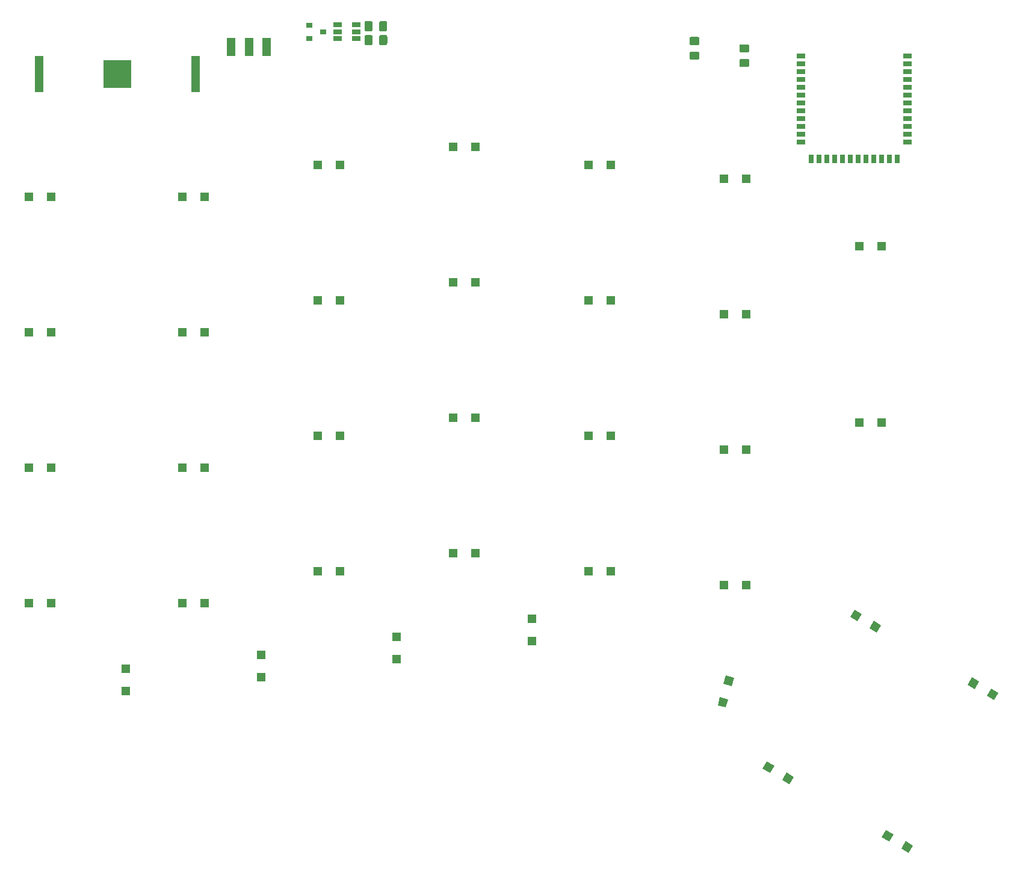
<source format=gtp>
G04 #@! TF.GenerationSoftware,KiCad,Pcbnew,5.1.5-52549c5~84~ubuntu18.04.1*
G04 #@! TF.CreationDate,2020-04-02T09:30:30-07:00*
G04 #@! TF.ProjectId,redox_rev1,7265646f-785f-4726-9576-312e6b696361,1.0*
G04 #@! TF.SameCoordinates,Original*
G04 #@! TF.FileFunction,Paste,Top*
G04 #@! TF.FilePolarity,Positive*
%FSLAX46Y46*%
G04 Gerber Fmt 4.6, Leading zero omitted, Abs format (unit mm)*
G04 Created by KiCad (PCBNEW 5.1.5-52549c5~84~ubuntu18.04.1) date 2020-04-02 09:30:30*
%MOMM*%
%LPD*%
G04 APERTURE LIST*
%ADD10C,0.100000*%
%ADD11R,1.198880X0.698500*%
%ADD12R,0.698500X1.198880*%
%ADD13R,1.200000X1.200000*%
%ADD14R,1.270000X5.080000*%
%ADD15R,3.960000X3.960000*%
%ADD16R,1.250000X2.500000*%
%ADD17R,0.900000X0.800000*%
%ADD18R,1.220000X0.650000*%
G04 APERTURE END LIST*
D10*
G36*
X140086445Y-50238364D02*
G01*
X140110713Y-50241964D01*
X140134512Y-50247925D01*
X140157611Y-50256190D01*
X140179790Y-50266680D01*
X140200833Y-50279292D01*
X140220539Y-50293907D01*
X140238717Y-50310383D01*
X140255193Y-50328561D01*
X140269808Y-50348267D01*
X140282420Y-50369310D01*
X140292910Y-50391489D01*
X140301175Y-50414588D01*
X140307136Y-50438387D01*
X140310736Y-50462655D01*
X140311940Y-50487159D01*
X140311940Y-51387161D01*
X140310736Y-51411665D01*
X140307136Y-51435933D01*
X140301175Y-51459732D01*
X140292910Y-51482831D01*
X140282420Y-51505010D01*
X140269808Y-51526053D01*
X140255193Y-51545759D01*
X140238717Y-51563937D01*
X140220539Y-51580413D01*
X140200833Y-51595028D01*
X140179790Y-51607640D01*
X140157611Y-51618130D01*
X140134512Y-51626395D01*
X140110713Y-51632356D01*
X140086445Y-51635956D01*
X140061941Y-51637160D01*
X139411939Y-51637160D01*
X139387435Y-51635956D01*
X139363167Y-51632356D01*
X139339368Y-51626395D01*
X139316269Y-51618130D01*
X139294090Y-51607640D01*
X139273047Y-51595028D01*
X139253341Y-51580413D01*
X139235163Y-51563937D01*
X139218687Y-51545759D01*
X139204072Y-51526053D01*
X139191460Y-51505010D01*
X139180970Y-51482831D01*
X139172705Y-51459732D01*
X139166744Y-51435933D01*
X139163144Y-51411665D01*
X139161940Y-51387161D01*
X139161940Y-50487159D01*
X139163144Y-50462655D01*
X139166744Y-50438387D01*
X139172705Y-50414588D01*
X139180970Y-50391489D01*
X139191460Y-50369310D01*
X139204072Y-50348267D01*
X139218687Y-50328561D01*
X139235163Y-50310383D01*
X139253341Y-50293907D01*
X139273047Y-50279292D01*
X139294090Y-50266680D01*
X139316269Y-50256190D01*
X139339368Y-50247925D01*
X139363167Y-50241964D01*
X139387435Y-50238364D01*
X139411939Y-50237160D01*
X140061941Y-50237160D01*
X140086445Y-50238364D01*
G37*
G36*
X138036445Y-50238364D02*
G01*
X138060713Y-50241964D01*
X138084512Y-50247925D01*
X138107611Y-50256190D01*
X138129790Y-50266680D01*
X138150833Y-50279292D01*
X138170539Y-50293907D01*
X138188717Y-50310383D01*
X138205193Y-50328561D01*
X138219808Y-50348267D01*
X138232420Y-50369310D01*
X138242910Y-50391489D01*
X138251175Y-50414588D01*
X138257136Y-50438387D01*
X138260736Y-50462655D01*
X138261940Y-50487159D01*
X138261940Y-51387161D01*
X138260736Y-51411665D01*
X138257136Y-51435933D01*
X138251175Y-51459732D01*
X138242910Y-51482831D01*
X138232420Y-51505010D01*
X138219808Y-51526053D01*
X138205193Y-51545759D01*
X138188717Y-51563937D01*
X138170539Y-51580413D01*
X138150833Y-51595028D01*
X138129790Y-51607640D01*
X138107611Y-51618130D01*
X138084512Y-51626395D01*
X138060713Y-51632356D01*
X138036445Y-51635956D01*
X138011941Y-51637160D01*
X137361939Y-51637160D01*
X137337435Y-51635956D01*
X137313167Y-51632356D01*
X137289368Y-51626395D01*
X137266269Y-51618130D01*
X137244090Y-51607640D01*
X137223047Y-51595028D01*
X137203341Y-51580413D01*
X137185163Y-51563937D01*
X137168687Y-51545759D01*
X137154072Y-51526053D01*
X137141460Y-51505010D01*
X137130970Y-51482831D01*
X137122705Y-51459732D01*
X137116744Y-51435933D01*
X137113144Y-51411665D01*
X137111940Y-51387161D01*
X137111940Y-50487159D01*
X137113144Y-50462655D01*
X137116744Y-50438387D01*
X137122705Y-50414588D01*
X137130970Y-50391489D01*
X137141460Y-50369310D01*
X137154072Y-50348267D01*
X137168687Y-50328561D01*
X137185163Y-50310383D01*
X137203341Y-50293907D01*
X137223047Y-50279292D01*
X137244090Y-50266680D01*
X137266269Y-50256190D01*
X137289368Y-50247925D01*
X137313167Y-50241964D01*
X137337435Y-50238364D01*
X137361939Y-50237160D01*
X138011941Y-50237160D01*
X138036445Y-50238364D01*
G37*
D11*
X198495920Y-67246500D03*
X213492080Y-60647580D03*
X213492080Y-59547760D03*
D12*
X199946260Y-69596000D03*
D11*
X198495920Y-65046860D03*
X198495920Y-63947040D03*
X198495920Y-62847220D03*
X198495920Y-61747400D03*
X198495920Y-60647580D03*
X198495920Y-59547760D03*
X198495920Y-58447940D03*
X198495920Y-57348120D03*
X198495920Y-56248300D03*
X213492080Y-55148480D03*
X213492080Y-56248300D03*
X213492080Y-57348120D03*
X213492080Y-58447940D03*
X213492080Y-61747400D03*
X213492080Y-62847220D03*
X213492080Y-63947040D03*
X213492080Y-65046860D03*
X213492080Y-66146680D03*
X213492080Y-67246500D03*
D12*
X212041740Y-69596000D03*
X210941920Y-69596000D03*
X209842100Y-69596000D03*
X208742280Y-69596000D03*
X207642460Y-69596000D03*
X206542640Y-69596000D03*
X205445360Y-69596000D03*
X204345540Y-69596000D03*
X203245720Y-69596000D03*
X202145900Y-69596000D03*
X201046080Y-69596000D03*
D11*
X198495920Y-55148480D03*
X198495920Y-66146680D03*
D13*
X89865000Y-74930000D03*
X93015000Y-74930000D03*
X111455000Y-74930000D03*
X114605000Y-74930000D03*
X130505000Y-70485000D03*
X133655000Y-70485000D03*
X149555000Y-67945000D03*
X152705000Y-67945000D03*
X168605000Y-70485000D03*
X171755000Y-70485000D03*
X187655000Y-72390000D03*
X190805000Y-72390000D03*
X206705000Y-81915000D03*
X209855000Y-81915000D03*
X89865000Y-93980000D03*
X93015000Y-93980000D03*
X111455000Y-93980000D03*
X114605000Y-93980000D03*
X130505000Y-89535000D03*
X133655000Y-89535000D03*
X149555000Y-86995000D03*
X152705000Y-86995000D03*
X168605000Y-89535000D03*
X171755000Y-89535000D03*
X187655000Y-91440000D03*
X190805000Y-91440000D03*
X206705000Y-106680000D03*
X209855000Y-106680000D03*
X89865000Y-113030000D03*
X93015000Y-113030000D03*
X111455000Y-113030000D03*
X114605000Y-113030000D03*
X130505000Y-108585000D03*
X133655000Y-108585000D03*
X149555000Y-106045000D03*
X152705000Y-106045000D03*
X168605000Y-108585000D03*
X171755000Y-108585000D03*
X187655000Y-110490000D03*
X190805000Y-110490000D03*
D10*
G36*
X207100625Y-133612885D02*
G01*
X206500625Y-134652115D01*
X205461395Y-134052115D01*
X206061395Y-133012885D01*
X207100625Y-133612885D01*
G37*
G36*
X209828605Y-135187885D02*
G01*
X209228605Y-136227115D01*
X208189375Y-135627115D01*
X208789375Y-134587885D01*
X209828605Y-135187885D01*
G37*
D13*
X89865000Y-132080000D03*
X93015000Y-132080000D03*
X111455000Y-132080000D03*
X114605000Y-132080000D03*
X130505000Y-127635000D03*
X133655000Y-127635000D03*
X149555000Y-125095000D03*
X152705000Y-125095000D03*
X168605000Y-127635000D03*
X171755000Y-127635000D03*
X187655000Y-129540000D03*
X190805000Y-129540000D03*
D10*
G36*
X223610625Y-143137885D02*
G01*
X223010625Y-144177115D01*
X221971395Y-143577115D01*
X222571395Y-142537885D01*
X223610625Y-143137885D01*
G37*
G36*
X226338605Y-144712885D02*
G01*
X225738605Y-145752115D01*
X224699375Y-145152115D01*
X225299375Y-144112885D01*
X226338605Y-144712885D01*
G37*
D13*
X103505000Y-144450000D03*
X103505000Y-141300000D03*
X122555000Y-142545000D03*
X122555000Y-139395000D03*
X141605000Y-140005000D03*
X141605000Y-136855000D03*
X160655000Y-137465000D03*
X160655000Y-134315000D03*
D10*
G36*
X187128096Y-145312486D02*
G01*
X188287207Y-145623069D01*
X187976624Y-146782180D01*
X186817513Y-146471597D01*
X187128096Y-145312486D01*
G37*
G36*
X187943376Y-142269820D02*
G01*
X189102487Y-142580403D01*
X188791904Y-143739514D01*
X187632793Y-143428931D01*
X187943376Y-142269820D01*
G37*
G36*
X194781625Y-154948885D02*
G01*
X194181625Y-155988115D01*
X193142395Y-155388115D01*
X193742395Y-154348885D01*
X194781625Y-154948885D01*
G37*
G36*
X197509605Y-156523885D02*
G01*
X196909605Y-157563115D01*
X195870375Y-156963115D01*
X196470375Y-155923885D01*
X197509605Y-156523885D01*
G37*
G36*
X211545625Y-164600885D02*
G01*
X210945625Y-165640115D01*
X209906395Y-165040115D01*
X210506395Y-164000885D01*
X211545625Y-164600885D01*
G37*
G36*
X214273605Y-166175885D02*
G01*
X213673605Y-167215115D01*
X212634375Y-166615115D01*
X213234375Y-165575885D01*
X214273605Y-166175885D01*
G37*
D14*
X113347000Y-57658000D03*
X91377000Y-57658000D03*
D15*
X102362000Y-57658000D03*
D16*
X118353200Y-53854800D03*
X120853200Y-53854800D03*
X123353200Y-53854800D03*
D10*
G36*
X140094065Y-52189084D02*
G01*
X140118333Y-52192684D01*
X140142132Y-52198645D01*
X140165231Y-52206910D01*
X140187410Y-52217400D01*
X140208453Y-52230012D01*
X140228159Y-52244627D01*
X140246337Y-52261103D01*
X140262813Y-52279281D01*
X140277428Y-52298987D01*
X140290040Y-52320030D01*
X140300530Y-52342209D01*
X140308795Y-52365308D01*
X140314756Y-52389107D01*
X140318356Y-52413375D01*
X140319560Y-52437879D01*
X140319560Y-53337881D01*
X140318356Y-53362385D01*
X140314756Y-53386653D01*
X140308795Y-53410452D01*
X140300530Y-53433551D01*
X140290040Y-53455730D01*
X140277428Y-53476773D01*
X140262813Y-53496479D01*
X140246337Y-53514657D01*
X140228159Y-53531133D01*
X140208453Y-53545748D01*
X140187410Y-53558360D01*
X140165231Y-53568850D01*
X140142132Y-53577115D01*
X140118333Y-53583076D01*
X140094065Y-53586676D01*
X140069561Y-53587880D01*
X139419559Y-53587880D01*
X139395055Y-53586676D01*
X139370787Y-53583076D01*
X139346988Y-53577115D01*
X139323889Y-53568850D01*
X139301710Y-53558360D01*
X139280667Y-53545748D01*
X139260961Y-53531133D01*
X139242783Y-53514657D01*
X139226307Y-53496479D01*
X139211692Y-53476773D01*
X139199080Y-53455730D01*
X139188590Y-53433551D01*
X139180325Y-53410452D01*
X139174364Y-53386653D01*
X139170764Y-53362385D01*
X139169560Y-53337881D01*
X139169560Y-52437879D01*
X139170764Y-52413375D01*
X139174364Y-52389107D01*
X139180325Y-52365308D01*
X139188590Y-52342209D01*
X139199080Y-52320030D01*
X139211692Y-52298987D01*
X139226307Y-52279281D01*
X139242783Y-52261103D01*
X139260961Y-52244627D01*
X139280667Y-52230012D01*
X139301710Y-52217400D01*
X139323889Y-52206910D01*
X139346988Y-52198645D01*
X139370787Y-52192684D01*
X139395055Y-52189084D01*
X139419559Y-52187880D01*
X140069561Y-52187880D01*
X140094065Y-52189084D01*
G37*
G36*
X138044065Y-52189084D02*
G01*
X138068333Y-52192684D01*
X138092132Y-52198645D01*
X138115231Y-52206910D01*
X138137410Y-52217400D01*
X138158453Y-52230012D01*
X138178159Y-52244627D01*
X138196337Y-52261103D01*
X138212813Y-52279281D01*
X138227428Y-52298987D01*
X138240040Y-52320030D01*
X138250530Y-52342209D01*
X138258795Y-52365308D01*
X138264756Y-52389107D01*
X138268356Y-52413375D01*
X138269560Y-52437879D01*
X138269560Y-53337881D01*
X138268356Y-53362385D01*
X138264756Y-53386653D01*
X138258795Y-53410452D01*
X138250530Y-53433551D01*
X138240040Y-53455730D01*
X138227428Y-53476773D01*
X138212813Y-53496479D01*
X138196337Y-53514657D01*
X138178159Y-53531133D01*
X138158453Y-53545748D01*
X138137410Y-53558360D01*
X138115231Y-53568850D01*
X138092132Y-53577115D01*
X138068333Y-53583076D01*
X138044065Y-53586676D01*
X138019561Y-53587880D01*
X137369559Y-53587880D01*
X137345055Y-53586676D01*
X137320787Y-53583076D01*
X137296988Y-53577115D01*
X137273889Y-53568850D01*
X137251710Y-53558360D01*
X137230667Y-53545748D01*
X137210961Y-53531133D01*
X137192783Y-53514657D01*
X137176307Y-53496479D01*
X137161692Y-53476773D01*
X137149080Y-53455730D01*
X137138590Y-53433551D01*
X137130325Y-53410452D01*
X137124364Y-53386653D01*
X137120764Y-53362385D01*
X137119560Y-53337881D01*
X137119560Y-52437879D01*
X137120764Y-52413375D01*
X137124364Y-52389107D01*
X137130325Y-52365308D01*
X137138590Y-52342209D01*
X137149080Y-52320030D01*
X137161692Y-52298987D01*
X137176307Y-52279281D01*
X137192783Y-52261103D01*
X137210961Y-52244627D01*
X137230667Y-52230012D01*
X137251710Y-52217400D01*
X137273889Y-52206910D01*
X137296988Y-52198645D01*
X137320787Y-52192684D01*
X137345055Y-52189084D01*
X137369559Y-52187880D01*
X138019561Y-52187880D01*
X138044065Y-52189084D01*
G37*
D17*
X131327400Y-51732180D03*
X129327400Y-52682180D03*
X129327400Y-50782180D03*
D10*
G36*
X184014905Y-54506104D02*
G01*
X184039173Y-54509704D01*
X184062972Y-54515665D01*
X184086071Y-54523930D01*
X184108250Y-54534420D01*
X184129293Y-54547032D01*
X184148999Y-54561647D01*
X184167177Y-54578123D01*
X184183653Y-54596301D01*
X184198268Y-54616007D01*
X184210880Y-54637050D01*
X184221370Y-54659229D01*
X184229635Y-54682328D01*
X184235596Y-54706127D01*
X184239196Y-54730395D01*
X184240400Y-54754899D01*
X184240400Y-55404901D01*
X184239196Y-55429405D01*
X184235596Y-55453673D01*
X184229635Y-55477472D01*
X184221370Y-55500571D01*
X184210880Y-55522750D01*
X184198268Y-55543793D01*
X184183653Y-55563499D01*
X184167177Y-55581677D01*
X184148999Y-55598153D01*
X184129293Y-55612768D01*
X184108250Y-55625380D01*
X184086071Y-55635870D01*
X184062972Y-55644135D01*
X184039173Y-55650096D01*
X184014905Y-55653696D01*
X183990401Y-55654900D01*
X183090399Y-55654900D01*
X183065895Y-55653696D01*
X183041627Y-55650096D01*
X183017828Y-55644135D01*
X182994729Y-55635870D01*
X182972550Y-55625380D01*
X182951507Y-55612768D01*
X182931801Y-55598153D01*
X182913623Y-55581677D01*
X182897147Y-55563499D01*
X182882532Y-55543793D01*
X182869920Y-55522750D01*
X182859430Y-55500571D01*
X182851165Y-55477472D01*
X182845204Y-55453673D01*
X182841604Y-55429405D01*
X182840400Y-55404901D01*
X182840400Y-54754899D01*
X182841604Y-54730395D01*
X182845204Y-54706127D01*
X182851165Y-54682328D01*
X182859430Y-54659229D01*
X182869920Y-54637050D01*
X182882532Y-54616007D01*
X182897147Y-54596301D01*
X182913623Y-54578123D01*
X182931801Y-54561647D01*
X182951507Y-54547032D01*
X182972550Y-54534420D01*
X182994729Y-54523930D01*
X183017828Y-54515665D01*
X183041627Y-54509704D01*
X183065895Y-54506104D01*
X183090399Y-54504900D01*
X183990401Y-54504900D01*
X184014905Y-54506104D01*
G37*
G36*
X184014905Y-52456104D02*
G01*
X184039173Y-52459704D01*
X184062972Y-52465665D01*
X184086071Y-52473930D01*
X184108250Y-52484420D01*
X184129293Y-52497032D01*
X184148999Y-52511647D01*
X184167177Y-52528123D01*
X184183653Y-52546301D01*
X184198268Y-52566007D01*
X184210880Y-52587050D01*
X184221370Y-52609229D01*
X184229635Y-52632328D01*
X184235596Y-52656127D01*
X184239196Y-52680395D01*
X184240400Y-52704899D01*
X184240400Y-53354901D01*
X184239196Y-53379405D01*
X184235596Y-53403673D01*
X184229635Y-53427472D01*
X184221370Y-53450571D01*
X184210880Y-53472750D01*
X184198268Y-53493793D01*
X184183653Y-53513499D01*
X184167177Y-53531677D01*
X184148999Y-53548153D01*
X184129293Y-53562768D01*
X184108250Y-53575380D01*
X184086071Y-53585870D01*
X184062972Y-53594135D01*
X184039173Y-53600096D01*
X184014905Y-53603696D01*
X183990401Y-53604900D01*
X183090399Y-53604900D01*
X183065895Y-53603696D01*
X183041627Y-53600096D01*
X183017828Y-53594135D01*
X182994729Y-53585870D01*
X182972550Y-53575380D01*
X182951507Y-53562768D01*
X182931801Y-53548153D01*
X182913623Y-53531677D01*
X182897147Y-53513499D01*
X182882532Y-53493793D01*
X182869920Y-53472750D01*
X182859430Y-53450571D01*
X182851165Y-53427472D01*
X182845204Y-53403673D01*
X182841604Y-53379405D01*
X182840400Y-53354901D01*
X182840400Y-52704899D01*
X182841604Y-52680395D01*
X182845204Y-52656127D01*
X182851165Y-52632328D01*
X182859430Y-52609229D01*
X182869920Y-52587050D01*
X182882532Y-52566007D01*
X182897147Y-52546301D01*
X182913623Y-52528123D01*
X182931801Y-52511647D01*
X182951507Y-52497032D01*
X182972550Y-52484420D01*
X182994729Y-52473930D01*
X183017828Y-52465665D01*
X183041627Y-52459704D01*
X183065895Y-52456104D01*
X183090399Y-52454900D01*
X183990401Y-52454900D01*
X184014905Y-52456104D01*
G37*
G36*
X191025305Y-55531104D02*
G01*
X191049573Y-55534704D01*
X191073372Y-55540665D01*
X191096471Y-55548930D01*
X191118650Y-55559420D01*
X191139693Y-55572032D01*
X191159399Y-55586647D01*
X191177577Y-55603123D01*
X191194053Y-55621301D01*
X191208668Y-55641007D01*
X191221280Y-55662050D01*
X191231770Y-55684229D01*
X191240035Y-55707328D01*
X191245996Y-55731127D01*
X191249596Y-55755395D01*
X191250800Y-55779899D01*
X191250800Y-56429901D01*
X191249596Y-56454405D01*
X191245996Y-56478673D01*
X191240035Y-56502472D01*
X191231770Y-56525571D01*
X191221280Y-56547750D01*
X191208668Y-56568793D01*
X191194053Y-56588499D01*
X191177577Y-56606677D01*
X191159399Y-56623153D01*
X191139693Y-56637768D01*
X191118650Y-56650380D01*
X191096471Y-56660870D01*
X191073372Y-56669135D01*
X191049573Y-56675096D01*
X191025305Y-56678696D01*
X191000801Y-56679900D01*
X190100799Y-56679900D01*
X190076295Y-56678696D01*
X190052027Y-56675096D01*
X190028228Y-56669135D01*
X190005129Y-56660870D01*
X189982950Y-56650380D01*
X189961907Y-56637768D01*
X189942201Y-56623153D01*
X189924023Y-56606677D01*
X189907547Y-56588499D01*
X189892932Y-56568793D01*
X189880320Y-56547750D01*
X189869830Y-56525571D01*
X189861565Y-56502472D01*
X189855604Y-56478673D01*
X189852004Y-56454405D01*
X189850800Y-56429901D01*
X189850800Y-55779899D01*
X189852004Y-55755395D01*
X189855604Y-55731127D01*
X189861565Y-55707328D01*
X189869830Y-55684229D01*
X189880320Y-55662050D01*
X189892932Y-55641007D01*
X189907547Y-55621301D01*
X189924023Y-55603123D01*
X189942201Y-55586647D01*
X189961907Y-55572032D01*
X189982950Y-55559420D01*
X190005129Y-55548930D01*
X190028228Y-55540665D01*
X190052027Y-55534704D01*
X190076295Y-55531104D01*
X190100799Y-55529900D01*
X191000801Y-55529900D01*
X191025305Y-55531104D01*
G37*
G36*
X191025305Y-53481104D02*
G01*
X191049573Y-53484704D01*
X191073372Y-53490665D01*
X191096471Y-53498930D01*
X191118650Y-53509420D01*
X191139693Y-53522032D01*
X191159399Y-53536647D01*
X191177577Y-53553123D01*
X191194053Y-53571301D01*
X191208668Y-53591007D01*
X191221280Y-53612050D01*
X191231770Y-53634229D01*
X191240035Y-53657328D01*
X191245996Y-53681127D01*
X191249596Y-53705395D01*
X191250800Y-53729899D01*
X191250800Y-54379901D01*
X191249596Y-54404405D01*
X191245996Y-54428673D01*
X191240035Y-54452472D01*
X191231770Y-54475571D01*
X191221280Y-54497750D01*
X191208668Y-54518793D01*
X191194053Y-54538499D01*
X191177577Y-54556677D01*
X191159399Y-54573153D01*
X191139693Y-54587768D01*
X191118650Y-54600380D01*
X191096471Y-54610870D01*
X191073372Y-54619135D01*
X191049573Y-54625096D01*
X191025305Y-54628696D01*
X191000801Y-54629900D01*
X190100799Y-54629900D01*
X190076295Y-54628696D01*
X190052027Y-54625096D01*
X190028228Y-54619135D01*
X190005129Y-54610870D01*
X189982950Y-54600380D01*
X189961907Y-54587768D01*
X189942201Y-54573153D01*
X189924023Y-54556677D01*
X189907547Y-54538499D01*
X189892932Y-54518793D01*
X189880320Y-54497750D01*
X189869830Y-54475571D01*
X189861565Y-54452472D01*
X189855604Y-54428673D01*
X189852004Y-54404405D01*
X189850800Y-54379901D01*
X189850800Y-53729899D01*
X189852004Y-53705395D01*
X189855604Y-53681127D01*
X189861565Y-53657328D01*
X189869830Y-53634229D01*
X189880320Y-53612050D01*
X189892932Y-53591007D01*
X189907547Y-53571301D01*
X189924023Y-53553123D01*
X189942201Y-53536647D01*
X189961907Y-53522032D01*
X189982950Y-53509420D01*
X190005129Y-53498930D01*
X190028228Y-53490665D01*
X190052027Y-53484704D01*
X190076295Y-53481104D01*
X190100799Y-53479900D01*
X191000801Y-53479900D01*
X191025305Y-53481104D01*
G37*
D18*
X133322700Y-52656780D03*
X133322700Y-51706780D03*
X133322700Y-50756780D03*
X135942700Y-50756780D03*
X135942700Y-51706780D03*
X135942700Y-52656780D03*
M02*

</source>
